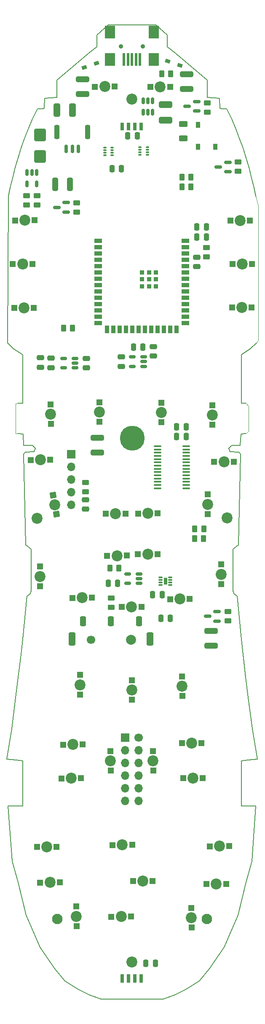
<source format=gbr>
%TF.GenerationSoftware,KiCad,Pcbnew,7.0.2*%
%TF.CreationDate,2024-06-13T20:52:08-04:00*%
%TF.ProjectId,800+,3830302b-2e6b-4696-9361-645f70636258,rev?*%
%TF.SameCoordinates,Original*%
%TF.FileFunction,Soldermask,Bot*%
%TF.FilePolarity,Negative*%
%FSLAX46Y46*%
G04 Gerber Fmt 4.6, Leading zero omitted, Abs format (unit mm)*
G04 Created by KiCad (PCBNEW 7.0.2) date 2024-06-13 20:52:08*
%MOMM*%
%LPD*%
G01*
G04 APERTURE LIST*
G04 Aperture macros list*
%AMRoundRect*
0 Rectangle with rounded corners*
0 $1 Rounding radius*
0 $2 $3 $4 $5 $6 $7 $8 $9 X,Y pos of 4 corners*
0 Add a 4 corners polygon primitive as box body*
4,1,4,$2,$3,$4,$5,$6,$7,$8,$9,$2,$3,0*
0 Add four circle primitives for the rounded corners*
1,1,$1+$1,$2,$3*
1,1,$1+$1,$4,$5*
1,1,$1+$1,$6,$7*
1,1,$1+$1,$8,$9*
0 Add four rect primitives between the rounded corners*
20,1,$1+$1,$2,$3,$4,$5,0*
20,1,$1+$1,$4,$5,$6,$7,0*
20,1,$1+$1,$6,$7,$8,$9,0*
20,1,$1+$1,$8,$9,$2,$3,0*%
%AMRotRect*
0 Rectangle, with rotation*
0 The origin of the aperture is its center*
0 $1 length*
0 $2 width*
0 $3 Rotation angle, in degrees counterclockwise*
0 Add horizontal line*
21,1,$1,$2,0,0,$3*%
G04 Aperture macros list end*
%ADD10R,0.700000X1.600000*%
%ADD11RoundRect,0.250000X0.250000X0.475000X-0.250000X0.475000X-0.250000X-0.475000X0.250000X-0.475000X0*%
%ADD12R,0.900000X0.900000*%
%ADD13R,1.500000X0.900000*%
%ADD14R,0.900000X1.500000*%
%ADD15C,2.200000*%
%ADD16C,2.100000*%
%ADD17C,5.000000*%
%ADD18R,1.250000X1.225000*%
%ADD19RoundRect,0.050000X0.285000X0.100000X-0.285000X0.100000X-0.285000X-0.100000X0.285000X-0.100000X0*%
%ADD20R,1.225000X1.250000*%
%ADD21RoundRect,0.250000X-0.450000X0.262500X-0.450000X-0.262500X0.450000X-0.262500X0.450000X0.262500X0*%
%ADD22RoundRect,0.150000X0.587500X0.150000X-0.587500X0.150000X-0.587500X-0.150000X0.587500X-0.150000X0*%
%ADD23RoundRect,0.250000X1.075000X-0.400000X1.075000X0.400000X-1.075000X0.400000X-1.075000X-0.400000X0*%
%ADD24RoundRect,0.250000X1.075000X-0.312500X1.075000X0.312500X-1.075000X0.312500X-1.075000X-0.312500X0*%
%ADD25RotRect,1.225000X1.250000X280.000000*%
%ADD26RoundRect,0.250000X-0.475000X0.250000X-0.475000X-0.250000X0.475000X-0.250000X0.475000X0.250000X0*%
%ADD27RoundRect,0.150000X0.150000X0.700000X-0.150000X0.700000X-0.150000X-0.700000X0.150000X-0.700000X0*%
%ADD28RoundRect,0.250000X0.250000X1.150000X-0.250000X1.150000X-0.250000X-1.150000X0.250000X-1.150000X0*%
%ADD29RoundRect,0.250000X-0.250000X-0.475000X0.250000X-0.475000X0.250000X0.475000X-0.250000X0.475000X0*%
%ADD30RoundRect,0.250000X0.262500X0.450000X-0.262500X0.450000X-0.262500X-0.450000X0.262500X-0.450000X0*%
%ADD31RoundRect,0.350000X0.350000X1.000000X-0.350000X1.000000X-0.350000X-1.000000X0.350000X-1.000000X0*%
%ADD32C,2.000000*%
%ADD33C,1.700000*%
%ADD34RoundRect,0.300000X0.300000X0.700000X-0.300000X0.700000X-0.300000X-0.700000X0.300000X-0.700000X0*%
%ADD35RoundRect,0.150000X-0.150000X0.512500X-0.150000X-0.512500X0.150000X-0.512500X0.150000X0.512500X0*%
%ADD36C,0.900000*%
%ADD37R,0.500000X2.500000*%
%ADD38R,2.000000X2.500000*%
%ADD39RoundRect,0.250000X0.625000X-0.312500X0.625000X0.312500X-0.625000X0.312500X-0.625000X-0.312500X0*%
%ADD40RoundRect,0.250000X-0.262500X-0.450000X0.262500X-0.450000X0.262500X0.450000X-0.262500X0.450000X0*%
%ADD41RoundRect,0.250000X0.475000X-0.250000X0.475000X0.250000X-0.475000X0.250000X-0.475000X-0.250000X0*%
%ADD42RoundRect,0.150000X0.512500X0.150000X-0.512500X0.150000X-0.512500X-0.150000X0.512500X-0.150000X0*%
%ADD43RoundRect,0.250000X-1.075000X0.312500X-1.075000X-0.312500X1.075000X-0.312500X1.075000X0.312500X0*%
%ADD44RoundRect,0.250000X-0.900000X1.000000X-0.900000X-1.000000X0.900000X-1.000000X0.900000X1.000000X0*%
%ADD45R,0.900000X1.250000*%
%ADD46R,0.800000X1.800000*%
%ADD47RoundRect,0.075000X-0.312500X-0.075000X0.312500X-0.075000X0.312500X0.075000X-0.312500X0.075000X0*%
%ADD48R,0.800000X1.380000*%
%ADD49RoundRect,0.250000X0.400000X1.075000X-0.400000X1.075000X-0.400000X-1.075000X0.400000X-1.075000X0*%
%ADD50O,1.700000X1.700000*%
%ADD51RotRect,1.000000X0.720000X20.000000*%
%ADD52RoundRect,0.100000X0.637500X0.100000X-0.637500X0.100000X-0.637500X-0.100000X0.637500X-0.100000X0*%
%ADD53RotRect,1.000000X0.720000X340.000000*%
%ADD54RoundRect,0.250000X0.450000X-0.262500X0.450000X0.262500X-0.450000X0.262500X-0.450000X-0.262500X0*%
%ADD55R,1.700000X1.700000*%
%ADD56RoundRect,0.250000X0.312500X1.075000X-0.312500X1.075000X-0.312500X-1.075000X0.312500X-1.075000X0*%
%TA.AperFunction,Profile*%
%ADD57C,0.200000*%
%TD*%
%TA.AperFunction,Profile*%
%ADD58C,0.100000*%
%TD*%
G04 APERTURE END LIST*
D10*
%TO.C,U12*%
X103410000Y-58370000D03*
X102140000Y-58370000D03*
X100870000Y-58370000D03*
X99600000Y-58370000D03*
%TD*%
D11*
%TO.C,C18*%
X102650000Y-60250000D03*
X100750000Y-60250000D03*
%TD*%
D12*
%TO.C,U2*%
X103650000Y-87650000D03*
X103650000Y-89050000D03*
X103650000Y-90450000D03*
X105050000Y-87650000D03*
X105050000Y-87650000D03*
X105050000Y-89050000D03*
X105050000Y-90450000D03*
X106450000Y-87650000D03*
X106450000Y-89050000D03*
X106450000Y-90450000D03*
X106450000Y-90450000D03*
D13*
X94800000Y-81330000D03*
X94800000Y-82600000D03*
X94800000Y-83870000D03*
X94800000Y-85140000D03*
X94800000Y-86410000D03*
X94800000Y-87680000D03*
X94800000Y-88950000D03*
X94800000Y-90220000D03*
X94800000Y-91490000D03*
X94800000Y-92760000D03*
X94800000Y-94030000D03*
X94800000Y-95300000D03*
X94800000Y-96570000D03*
X94800000Y-97840000D03*
D14*
X96565000Y-99090000D03*
X97835000Y-99090000D03*
X99105000Y-99090000D03*
X100375000Y-99090000D03*
X101645000Y-99090000D03*
X102915000Y-99090000D03*
X104185000Y-99090000D03*
X105455000Y-99090000D03*
X106725000Y-99090000D03*
X107995000Y-99090000D03*
X109265000Y-99090000D03*
X110535000Y-99090000D03*
D13*
X112300000Y-97840000D03*
X112300000Y-96570000D03*
X112300000Y-95300000D03*
X112300000Y-94030000D03*
X112300000Y-92760000D03*
X112300000Y-91490000D03*
X112300000Y-90220000D03*
X112300000Y-88950000D03*
X112300000Y-87680000D03*
X112300000Y-86410000D03*
X112300000Y-85140000D03*
X112300000Y-83870000D03*
X112300000Y-82600000D03*
X112300000Y-81330000D03*
%TD*%
D15*
%TO.C,H8*%
X82570000Y-136990000D03*
%TD*%
%TO.C,H7*%
X120680000Y-136950000D03*
%TD*%
D16*
%TO.C,H5*%
X116620000Y-217460000D03*
%TD*%
D15*
%TO.C,H6*%
X101600000Y-226100000D03*
%TD*%
D16*
%TO.C,H4*%
X86580000Y-217460000D03*
%TD*%
D17*
%TO.C,H1*%
X101640000Y-120900000D03*
%TD*%
D15*
%TO.C,H9*%
X101620000Y-52880000D03*
%TD*%
%TO.C,D31*%
X83090000Y-148662500D03*
D18*
X83090000Y-146700000D03*
X83115000Y-150625000D03*
%TD*%
D19*
%TO.C,U6*%
X104700000Y-62500000D03*
X104700000Y-63000000D03*
X104700000Y-63500000D03*
X104700000Y-64000000D03*
X103220000Y-64000000D03*
X103220000Y-63500000D03*
X103220000Y-63000000D03*
X103220000Y-62500000D03*
%TD*%
D15*
%TO.C,D25*%
X123340000Y-77220000D03*
D20*
X125302500Y-77220000D03*
X121377500Y-77245000D03*
%TD*%
D21*
%TO.C,R1*%
X90480000Y-73710000D03*
X90480000Y-75535000D03*
%TD*%
D22*
%TO.C,Q1*%
X88385000Y-73640000D03*
X88385000Y-75540000D03*
X86510000Y-74590000D03*
%TD*%
D23*
%TO.C,F1*%
X108400000Y-57050000D03*
X108400000Y-53950000D03*
%TD*%
D24*
%TO.C,SW56*%
X94680000Y-123802500D03*
X94680000Y-120877500D03*
%TD*%
D15*
%TO.C,D30*%
X123660000Y-94650000D03*
D20*
X125622500Y-94650000D03*
X121697500Y-94675000D03*
%TD*%
D15*
%TO.C,D32*%
X116830000Y-134192500D03*
D18*
X116830000Y-132230000D03*
X116855000Y-136155000D03*
%TD*%
D15*
%TO.C,D33*%
X86090000Y-134282500D03*
D25*
X85749215Y-132349815D03*
X86455405Y-136210844D03*
%TD*%
D15*
%TO.C,D14*%
X105850000Y-185700000D03*
D18*
X105850000Y-183737500D03*
X105875000Y-187662500D03*
%TD*%
D15*
%TO.C,D39*%
X101570000Y-171480000D03*
D18*
X101570000Y-169517500D03*
X101595000Y-173442500D03*
%TD*%
D26*
%TO.C,C2*%
X92300000Y-133250000D03*
X92300000Y-135150000D03*
%TD*%
D27*
%TO.C,J5*%
X90860000Y-62830000D03*
X89610000Y-62830000D03*
X88360000Y-62830000D03*
D28*
X92710000Y-59480000D03*
X86510000Y-59480000D03*
%TD*%
D15*
%TO.C,D23*%
X107500000Y-115760000D03*
D18*
X107500000Y-113797500D03*
X107525000Y-117722500D03*
%TD*%
D29*
%TO.C,C13*%
X107400000Y-157050000D03*
X109300000Y-157050000D03*
%TD*%
D15*
%TO.C,D35*%
X91140000Y-170430000D03*
D18*
X91140000Y-168467500D03*
X91165000Y-172392500D03*
%TD*%
D21*
%TO.C,R11*%
X80420000Y-72275000D03*
X80420000Y-74100000D03*
%TD*%
D30*
%TO.C,R16*%
X116025000Y-139110000D03*
X114200000Y-139110000D03*
%TD*%
D15*
%TO.C,D15*%
X123760000Y-85970000D03*
D20*
X125722500Y-85970000D03*
X121797500Y-85995000D03*
%TD*%
D31*
%TO.C,J4*%
X105250000Y-161200000D03*
D32*
X101390000Y-161420000D03*
D33*
X93390000Y-161420000D03*
D31*
X89540000Y-161200000D03*
D34*
X102990000Y-157670000D03*
X97390000Y-157670000D03*
X91790000Y-157670000D03*
%TD*%
D15*
%TO.C,D20*%
X98582500Y-144530000D03*
D20*
X96620000Y-144530000D03*
X100545000Y-144505000D03*
%TD*%
D15*
%TO.C,D36*%
X119514000Y-148250000D03*
D18*
X119514000Y-146287500D03*
X119539000Y-150212500D03*
%TD*%
D24*
%TO.C,R15*%
X112610000Y-50795000D03*
X112610000Y-47870000D03*
%TD*%
D35*
%TO.C,U3*%
X103850000Y-53225000D03*
X104800000Y-53225000D03*
X105750000Y-53225000D03*
X105750000Y-55500000D03*
X104800000Y-55500000D03*
X103850000Y-55500000D03*
%TD*%
D36*
%TO.C,J2*%
X99410000Y-42275000D03*
X103810000Y-42275000D03*
D37*
X100010000Y-44875000D03*
X100810000Y-44875000D03*
X101610000Y-44875000D03*
X102410000Y-44875000D03*
X103210000Y-44875000D03*
D38*
X97210000Y-39375000D03*
X97210000Y-44875000D03*
X106010000Y-39375000D03*
X106010000Y-44875000D03*
%TD*%
D15*
%TO.C,D4*%
X103810000Y-209840000D03*
D20*
X105772500Y-209840000D03*
X101847500Y-209865000D03*
%TD*%
D15*
%TO.C,D22*%
X111217500Y-153230000D03*
D20*
X113180000Y-153230000D03*
X109255000Y-153255000D03*
%TD*%
D39*
%TO.C,R21*%
X111940000Y-60742500D03*
X111940000Y-57817500D03*
%TD*%
D21*
%TO.C,R5*%
X120890000Y-155725000D03*
X120890000Y-157550000D03*
%TD*%
%TO.C,R3*%
X97400000Y-153025000D03*
X97400000Y-154850000D03*
%TD*%
D40*
%TO.C,R13*%
X97145000Y-147000000D03*
X98970000Y-147000000D03*
%TD*%
D19*
%TO.C,U5*%
X97650000Y-62600000D03*
X97650000Y-63100000D03*
X97650000Y-63600000D03*
X97650000Y-64100000D03*
X96170000Y-64100000D03*
X96170000Y-63600000D03*
X96170000Y-63100000D03*
X96170000Y-62600000D03*
%TD*%
D41*
%TO.C,C8*%
X105900000Y-104450000D03*
X105900000Y-102550000D03*
%TD*%
D42*
%TO.C,U9*%
X103967500Y-104600000D03*
X103967500Y-105550000D03*
X103967500Y-106500000D03*
X101692500Y-106500000D03*
X101692500Y-104600000D03*
%TD*%
D11*
%TO.C,C12*%
X98750000Y-150050000D03*
X96850000Y-150050000D03*
%TD*%
D15*
%TO.C,D11*%
X98312500Y-136090000D03*
D20*
X96350000Y-136090000D03*
X100275000Y-136065000D03*
%TD*%
D26*
%TO.C,C7*%
X114650000Y-84600000D03*
X114650000Y-86500000D03*
%TD*%
D15*
%TO.C,D24*%
X89420000Y-189190000D03*
D20*
X91382500Y-189190000D03*
X87457500Y-189215000D03*
%TD*%
D15*
%TO.C,D9*%
X104780000Y-136020000D03*
D20*
X106742500Y-136020000D03*
X102817500Y-136045000D03*
%TD*%
D42*
%TO.C,U11*%
X103015000Y-148170000D03*
X103015000Y-149120000D03*
X103015000Y-150070000D03*
X100740000Y-150070000D03*
X100740000Y-148170000D03*
%TD*%
D15*
%TO.C,D38*%
X111700000Y-170700000D03*
D18*
X111700000Y-168737500D03*
X111725000Y-172662500D03*
%TD*%
D22*
%TO.C,Q2*%
X118665000Y-155750000D03*
X118665000Y-157650000D03*
X116790000Y-156700000D03*
%TD*%
D26*
%TO.C,C10*%
X99490000Y-104610000D03*
X99490000Y-106510000D03*
%TD*%
D11*
%TO.C,C1*%
X99500000Y-66800000D03*
X97600000Y-66800000D03*
%TD*%
D43*
%TO.C,R6*%
X117540000Y-159665000D03*
X117540000Y-162590000D03*
%TD*%
D44*
%TO.C,TVS1*%
X83120000Y-60082500D03*
X83120000Y-64382500D03*
%TD*%
D26*
%TO.C,C15*%
X83200000Y-104800000D03*
X83200000Y-106700000D03*
%TD*%
D45*
%TO.C,BZ1*%
X118310000Y-62400000D03*
X114910000Y-62400000D03*
X114910000Y-58000000D03*
%TD*%
D26*
%TO.C,C14*%
X92450000Y-104900000D03*
X92450000Y-106800000D03*
%TD*%
D15*
%TO.C,D13*%
X80100000Y-77190000D03*
D20*
X82062500Y-77190000D03*
X78137500Y-77215000D03*
%TD*%
D46*
%TO.C,U7*%
X103410000Y-229400000D03*
X99600000Y-229400000D03*
X102140000Y-229400000D03*
X100870000Y-229400000D03*
%TD*%
D47*
%TO.C,U10*%
X107332500Y-150370000D03*
X107332500Y-149870000D03*
X107332500Y-149370000D03*
X107332500Y-148870000D03*
X109307500Y-148870000D03*
X109307500Y-149370000D03*
X109307500Y-149870000D03*
X109307500Y-150370000D03*
D48*
X108320000Y-149620000D03*
%TD*%
D49*
%TO.C,F2*%
X89650000Y-55030000D03*
X86550000Y-55030000D03*
%TD*%
D15*
%TO.C,D17*%
X79620000Y-85950000D03*
D20*
X81582500Y-85950000D03*
X77657500Y-85975000D03*
%TD*%
D22*
%TO.C,Q3*%
X114590000Y-53330000D03*
X114590000Y-55230000D03*
X112715000Y-54280000D03*
%TD*%
D40*
%TO.C,R19*%
X111637500Y-70500000D03*
X113462500Y-70500000D03*
%TD*%
D21*
%TO.C,R18*%
X122910000Y-65515000D03*
X122910000Y-67340000D03*
%TD*%
D15*
%TO.C,D26*%
X113610000Y-182120000D03*
D20*
X115572500Y-182120000D03*
X111647500Y-182145000D03*
%TD*%
D15*
%TO.C,D28*%
X107300000Y-50400000D03*
D20*
X109262500Y-50400000D03*
X105337500Y-50425000D03*
%TD*%
D15*
%TO.C,D5*%
X119190000Y-202830000D03*
D20*
X121152500Y-202830000D03*
X117227500Y-202855000D03*
%TD*%
D33*
%TO.C,J7*%
X102900000Y-181050000D03*
D50*
X102900000Y-183590000D03*
X102900000Y-186130000D03*
X102900000Y-188670000D03*
X102900000Y-191210000D03*
X102900000Y-193750000D03*
%TD*%
D15*
%TO.C,D2*%
X99440000Y-216960000D03*
D20*
X101402500Y-216960000D03*
X97477500Y-216985000D03*
%TD*%
D51*
%TO.C,IR1*%
X92016800Y-46519252D03*
X94460000Y-45630000D03*
%TD*%
D52*
%TO.C,U1*%
X112482500Y-122525000D03*
X112482500Y-123175000D03*
X112482500Y-123825000D03*
X112482500Y-124475000D03*
X112482500Y-125125000D03*
X112482500Y-125775000D03*
X112482500Y-126425000D03*
X112482500Y-127075000D03*
X112482500Y-127725000D03*
X112482500Y-128375000D03*
X112482500Y-129025000D03*
X112482500Y-129675000D03*
X112482500Y-130325000D03*
X112482500Y-130975000D03*
X106757500Y-130975000D03*
X106757500Y-130325000D03*
X106757500Y-129675000D03*
X106757500Y-129025000D03*
X106757500Y-128375000D03*
X106757500Y-127725000D03*
X106757500Y-127075000D03*
X106757500Y-126425000D03*
X106757500Y-125775000D03*
X106757500Y-125125000D03*
X106757500Y-124475000D03*
X106757500Y-123825000D03*
X106757500Y-123175000D03*
X106757500Y-122525000D03*
%TD*%
D15*
%TO.C,D18*%
X96140000Y-50360000D03*
D20*
X98102500Y-50360000D03*
X94177500Y-50385000D03*
%TD*%
D29*
%TO.C,C9*%
X101900000Y-102650000D03*
X103800000Y-102650000D03*
%TD*%
D15*
%TO.C,D7*%
X84470000Y-202980000D03*
D20*
X86432500Y-202980000D03*
X82507500Y-203005000D03*
%TD*%
D53*
%TO.C,IR2*%
X108760000Y-45210000D03*
X111203200Y-46099252D03*
%TD*%
D11*
%TO.C,C4*%
X112470000Y-120600000D03*
X110570000Y-120600000D03*
%TD*%
D15*
%TO.C,D8*%
X118560000Y-210400000D03*
D20*
X120522500Y-210400000D03*
X116597500Y-210425000D03*
%TD*%
D11*
%TO.C,C6*%
X116550000Y-78500000D03*
X114650000Y-78500000D03*
%TD*%
D35*
%TO.C,U8*%
X80530000Y-67595000D03*
X81480000Y-67595000D03*
X82430000Y-67595000D03*
X82430000Y-69870000D03*
X80530000Y-69870000D03*
%TD*%
D15*
%TO.C,D16*%
X120090000Y-125664000D03*
D20*
X122052500Y-125664000D03*
X118127500Y-125689000D03*
%TD*%
D54*
%TO.C,R9*%
X116600000Y-84500000D03*
X116600000Y-82675000D03*
%TD*%
D15*
%TO.C,D3*%
X113550000Y-217170000D03*
D18*
X113550000Y-215207500D03*
X113575000Y-219132500D03*
%TD*%
D15*
%TO.C,D34*%
X117730000Y-116300000D03*
D18*
X117730000Y-114337500D03*
X117755000Y-118262500D03*
%TD*%
D21*
%TO.C,R10*%
X116750000Y-53647500D03*
X116750000Y-55472500D03*
%TD*%
D15*
%TO.C,D42*%
X95070000Y-115670000D03*
D18*
X95070000Y-113707500D03*
X95095000Y-117632500D03*
%TD*%
D21*
%TO.C,R4*%
X92300000Y-129837500D03*
X92300000Y-131662500D03*
%TD*%
D15*
%TO.C,D21*%
X101530000Y-154790000D03*
D20*
X99567500Y-154790000D03*
X103492500Y-154765000D03*
%TD*%
D15*
%TO.C,D6*%
X85120000Y-210120000D03*
D20*
X87082500Y-210120000D03*
X83157500Y-210145000D03*
%TD*%
D15*
%TO.C,D19*%
X85275000Y-116125000D03*
D18*
X85275000Y-114162500D03*
X85300000Y-118087500D03*
%TD*%
D30*
%TO.C,R8*%
X89690000Y-98850000D03*
X87865000Y-98850000D03*
%TD*%
D15*
%TO.C,D12*%
X83200000Y-125274000D03*
D20*
X85162500Y-125274000D03*
X81237500Y-125299000D03*
%TD*%
D15*
%TO.C,D43*%
X97300000Y-185700000D03*
D18*
X97300000Y-183737500D03*
X97325000Y-187662500D03*
%TD*%
D55*
%TO.C,J3*%
X89420000Y-124180000D03*
D50*
X89420000Y-126720000D03*
X89420000Y-129260000D03*
X89420000Y-131800000D03*
X89420000Y-134340000D03*
%TD*%
D29*
%TO.C,C11*%
X105760000Y-152370000D03*
X107660000Y-152370000D03*
%TD*%
D40*
%TO.C,R17*%
X114195000Y-141120000D03*
X116020000Y-141120000D03*
%TD*%
%TO.C,R7*%
X107587500Y-47750000D03*
X109412500Y-47750000D03*
%TD*%
D29*
%TO.C,C17*%
X104400000Y-226350000D03*
X106300000Y-226350000D03*
%TD*%
D56*
%TO.C,R2*%
X89145000Y-69980000D03*
X86220000Y-69980000D03*
%TD*%
D22*
%TO.C,Q4*%
X120855000Y-65520000D03*
X120855000Y-67420000D03*
X118980000Y-66470000D03*
%TD*%
D11*
%TO.C,C3*%
X112500000Y-118620000D03*
X110600000Y-118620000D03*
%TD*%
D55*
%TO.C,J6*%
X100250000Y-181050000D03*
D50*
X100250000Y-183590000D03*
X100250000Y-186130000D03*
X100250000Y-188670000D03*
X100250000Y-191210000D03*
X100250000Y-193750000D03*
%TD*%
D15*
%TO.C,D37*%
X91580000Y-152960000D03*
D20*
X93542500Y-152960000D03*
X89617500Y-152985000D03*
%TD*%
D15*
%TO.C,D10*%
X104767500Y-144200000D03*
D20*
X106730000Y-144200000D03*
X102805000Y-144225000D03*
%TD*%
D15*
%TO.C,D41*%
X99680000Y-202590000D03*
D20*
X101642500Y-202590000D03*
X97717500Y-202615000D03*
%TD*%
D26*
%TO.C,C16*%
X85300000Y-104850000D03*
X85300000Y-106750000D03*
%TD*%
D54*
%TO.C,R12*%
X82510000Y-74102500D03*
X82510000Y-72277500D03*
%TD*%
D42*
%TO.C,U4*%
X90127500Y-104900000D03*
X90127500Y-105850000D03*
X90127500Y-106800000D03*
X87852500Y-106800000D03*
X87852500Y-104900000D03*
%TD*%
D15*
%TO.C,D40*%
X89740000Y-182430000D03*
D20*
X91702500Y-182430000D03*
X87777500Y-182455000D03*
%TD*%
D30*
%TO.C,R20*%
X113462500Y-68500000D03*
X111637500Y-68500000D03*
%TD*%
D15*
%TO.C,D27*%
X113840000Y-189170000D03*
D20*
X115802500Y-189170000D03*
X111877500Y-189195000D03*
%TD*%
D15*
%TO.C,D29*%
X79910000Y-94740000D03*
D20*
X81872500Y-94740000D03*
X77947500Y-94765000D03*
%TD*%
D15*
%TO.C,D1*%
X90430000Y-216910000D03*
D18*
X90430000Y-214947500D03*
X90455000Y-218872500D03*
%TD*%
D11*
%TO.C,C5*%
X116550000Y-80550000D03*
X114650000Y-80550000D03*
%TD*%
D24*
%TO.C,R14*%
X91650000Y-51845000D03*
X91650000Y-48920000D03*
%TD*%
D57*
X124957787Y-185550035D02*
X123587431Y-185661847D01*
X88100000Y-229900000D02*
X90846015Y-231585032D01*
X126614331Y-101764031D02*
X125394275Y-102951174D01*
X122982904Y-142392064D02*
X121880997Y-143156584D01*
X90846015Y-231585032D02*
X93049943Y-232732052D01*
X79790067Y-124119007D02*
X80249492Y-142392086D01*
X81610490Y-122376435D02*
X82195356Y-122930672D01*
X78682146Y-119979309D02*
X79732178Y-120083292D01*
X80181413Y-123706012D02*
X79790067Y-124119007D01*
X116755233Y-52527641D02*
X119191583Y-52658007D01*
X77125916Y-70630799D02*
X76778999Y-72341714D01*
X79645011Y-188761946D02*
X79645014Y-194797097D01*
X126106406Y-70630774D02*
X126453324Y-72341688D01*
X110182546Y-232732043D02*
X107835432Y-233537464D01*
X82195356Y-122930672D02*
X81930711Y-123611619D01*
X79645010Y-185661869D02*
X79645011Y-188761946D01*
X80752433Y-58893891D02*
X79929816Y-61009855D01*
X121621885Y-122376414D02*
X121037020Y-122930652D01*
X126504120Y-194797073D02*
X125714891Y-205892113D01*
X122150389Y-152254660D02*
X122765104Y-152609991D01*
X123442310Y-124118985D02*
X122982904Y-142392064D01*
X122765104Y-152609991D02*
X123053233Y-156057012D01*
X117161677Y-227399643D02*
X115132486Y-229899986D01*
D58*
X127000000Y-74250000D02*
X126453324Y-72341688D01*
D57*
X119286066Y-54613064D02*
X119524628Y-54812781D01*
X81351404Y-151607846D02*
X81082017Y-152254681D01*
X123500195Y-120083270D02*
X123376465Y-122376413D01*
X84040720Y-52658025D02*
X83946239Y-54613082D01*
X125792277Y-179223518D02*
X126777893Y-185401526D01*
X80467302Y-152610013D02*
X80179177Y-156057034D01*
X108677965Y-42361801D02*
X110141254Y-43476010D01*
X123897293Y-164328740D02*
X124480692Y-168914319D01*
X79335126Y-164328763D02*
X78751731Y-168914342D01*
D58*
X78250000Y-120000000D02*
X78682146Y-119979309D01*
D57*
X78751731Y-168914342D02*
X78235340Y-172973265D01*
X93049943Y-232732052D02*
X95397058Y-233537471D01*
X108677963Y-40020535D02*
X108677965Y-42361801D01*
X125394275Y-102951174D02*
X123572997Y-104183283D01*
X107835432Y-233537464D02*
X101616245Y-233537467D01*
X78235340Y-172973265D02*
X77440157Y-179223543D01*
X81082017Y-152254681D02*
X80467302Y-152610013D01*
X124550227Y-119979285D02*
X123500195Y-120083270D01*
X123587431Y-185661847D02*
X123587432Y-188761924D01*
X121037020Y-122930652D02*
X121301666Y-123611599D01*
X77517571Y-205892138D02*
X78693579Y-210081346D01*
X124538887Y-210081323D02*
X122912565Y-216716267D01*
X83106505Y-223161241D02*
X86070807Y-227399659D01*
X123302495Y-61009832D02*
X123867456Y-62463038D01*
X86477070Y-52527656D02*
X84040720Y-52658025D01*
X79645014Y-194797097D02*
X76728330Y-194797099D01*
X79732339Y-160436057D02*
X79335126Y-164328763D01*
X121880997Y-143156584D02*
X121881002Y-151607825D01*
X78103818Y-66581731D02*
X77677520Y-68346849D01*
X106378765Y-37975933D02*
X101616144Y-37975936D01*
X96853523Y-37975938D02*
X94554327Y-40020543D01*
X79855910Y-122376436D02*
X81610490Y-122376435D01*
X80319908Y-216716289D02*
X83106505Y-223161241D01*
X79732178Y-120083292D02*
X79855910Y-122376436D01*
X82595561Y-54816856D02*
X81566130Y-56800873D01*
X79929816Y-61009855D02*
X79364858Y-62463061D01*
X79659359Y-104183305D02*
X79659364Y-113904283D01*
X78821700Y-64357063D02*
X78103818Y-66581731D01*
X83946239Y-54613082D02*
X83707678Y-54812800D01*
X94554328Y-42361808D02*
X93091039Y-43476018D01*
X76454547Y-185401552D02*
X78274654Y-185550059D01*
X94554327Y-40020543D02*
X94554328Y-42361808D01*
D58*
X127000000Y-101250000D02*
X127000000Y-74250000D01*
X78250000Y-114000000D02*
X78250000Y-120000000D01*
D57*
X81930711Y-123611619D02*
X80181413Y-123706012D01*
X125714891Y-205892113D02*
X124538887Y-210081323D01*
X96853523Y-37975938D02*
X101616144Y-37975936D01*
X126777893Y-185401526D02*
X124957787Y-185550035D01*
D58*
X124550224Y-113904260D02*
X125000000Y-114500000D01*
D57*
X76728330Y-194797099D02*
X77517571Y-205892138D01*
X115132486Y-229899986D02*
X112386473Y-231585020D01*
X123867456Y-62463038D02*
X124410615Y-64357040D01*
D58*
X78682143Y-113904284D02*
X78250000Y-114000000D01*
D57*
X119191583Y-52658007D02*
X119286066Y-54613064D01*
X76778999Y-72341714D02*
X76618023Y-101764057D01*
X81566130Y-56800873D02*
X80752433Y-58893891D01*
X86477068Y-49013081D02*
X86477070Y-52527656D01*
X80179177Y-156057034D02*
X79732339Y-160436057D01*
X79659364Y-113904283D02*
X78682143Y-113904284D01*
X120636745Y-54816837D02*
X121666177Y-56800853D01*
X124997087Y-172973241D02*
X125792277Y-179223518D01*
D58*
X125000000Y-119500000D02*
X124550227Y-119979285D01*
D57*
X125128499Y-66581706D02*
X125554800Y-68346824D01*
X123587436Y-194797074D02*
X126504120Y-194797073D01*
X78693579Y-210081346D02*
X80319908Y-216716289D01*
X80249492Y-142392086D02*
X81351399Y-143156605D01*
X123050963Y-123705990D02*
X123442310Y-124118985D01*
X121881002Y-151607825D02*
X122150389Y-152254660D01*
X77838080Y-102951198D02*
X79659359Y-104183305D01*
X123376465Y-122376413D02*
X121621885Y-122376414D01*
X123572997Y-104183283D02*
X123573002Y-113904260D01*
X116755231Y-49013065D02*
X116755233Y-52527641D01*
X119524628Y-54812781D02*
X120636745Y-54816837D01*
X125554800Y-68346824D02*
X126106406Y-70630774D01*
X86070807Y-227399659D02*
X88100000Y-229900000D01*
X121666177Y-56800853D02*
X122479876Y-58893870D01*
D58*
X125000000Y-114500000D02*
X125000000Y-119500000D01*
D57*
X93091039Y-43476018D02*
X86477068Y-49013081D01*
X112386473Y-231585020D02*
X110182546Y-232732043D01*
X120125975Y-223161222D02*
X117161677Y-227399643D01*
X106378765Y-37975933D02*
X108677963Y-40020535D01*
X123573002Y-113904260D02*
X124550224Y-113904260D01*
X121301666Y-123611599D02*
X123050963Y-123705990D01*
X79364858Y-62463061D02*
X78821700Y-64357063D01*
X78274654Y-185550059D02*
X79645010Y-185661869D01*
X83707678Y-54812800D02*
X82595561Y-54816856D01*
X77677520Y-68346849D02*
X77125916Y-70630799D01*
X124410615Y-64357040D02*
X125128499Y-66581706D01*
X123053233Y-156057012D02*
X123500075Y-160436035D01*
X124480692Y-168914319D02*
X124997087Y-172973241D01*
X122479876Y-58893870D02*
X123302495Y-61009832D01*
X110141254Y-43476010D02*
X116755231Y-49013065D01*
D58*
X126614331Y-101764031D02*
X127000000Y-101250000D01*
D57*
X76618023Y-101764057D02*
X77838080Y-102951198D01*
X81351399Y-143156605D02*
X81351404Y-151607846D01*
X95397058Y-233537471D02*
X101616245Y-233537467D01*
X123587432Y-188761924D02*
X123587436Y-194797074D01*
X123500075Y-160436035D02*
X123897293Y-164328740D01*
X77440157Y-179223543D02*
X76454547Y-185401552D01*
X122912565Y-216716267D02*
X120125975Y-223161222D01*
M02*

</source>
